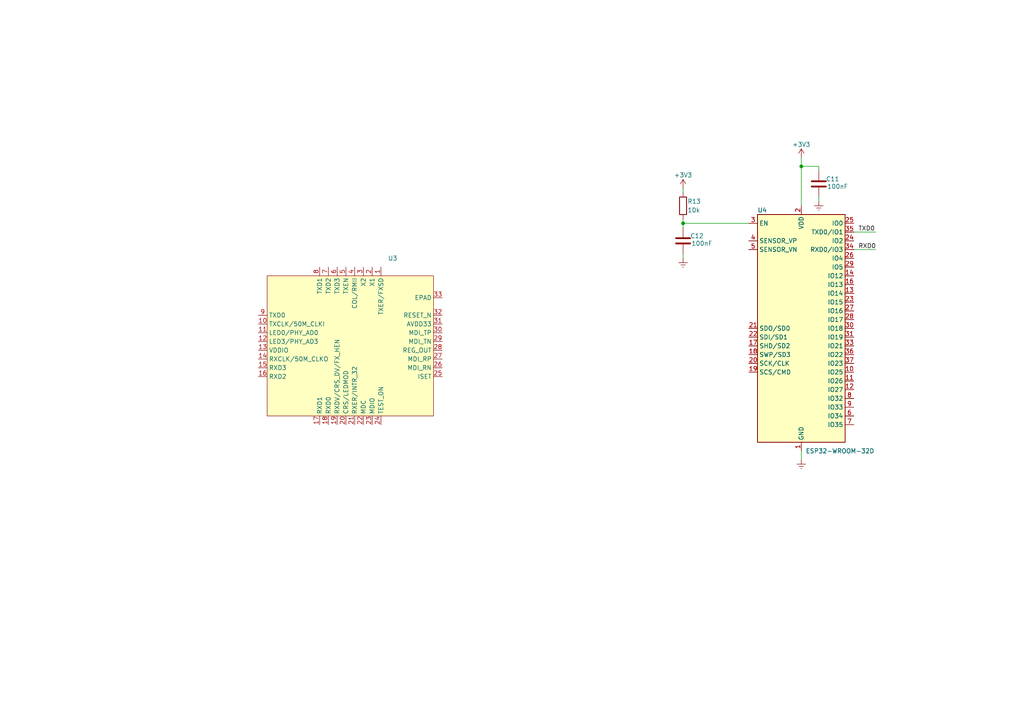
<source format=kicad_sch>
(kicad_sch (version 20211123) (generator eeschema)
  (paper "A4")
  (title_block (title "Módulo Espressif") (date "2022-06-24") (rev "v1.0"))
  (lib_symbols
    (symbol "Alexandre_Library:IP101GR"
      (property "Reference" "U" (at 1.27 1.27 0))
      (property "Value" "IP101GR" (at 5.08 -43.18 0))
      (symbol "IP101GR_0_0"
        (pin output line (at 15.24 -43.18 90) (length 2.54) (name "RXD1") (number "17"))
        (pin output line (at 17.78 -43.18 90) (length 2.54) (name "RXD0") (number "18"))
        (pin output line (at 20.32 -43.18 90) (length 2.54) (name "RXDV/CRS_DV/FX_HEN") (number "19"))
        (pin output line (at 22.86 -43.18 90) (length 2.54) (name "CRS/LEDMOD") (number "20"))
        (pin output line (at 25.4 -43.18 90) (length 2.54) (name "RXER/INTR_32") (number "21"))
        (pin input line (at 27.94 -43.18 90) (length 2.54) (name "MDC") (number "22"))
        (pin bidirectional line (at 30.48 -43.18 90) (length 2.54) (name "MDIO") (number "23"))
        (pin input line (at 33.02 -43.18 90) (length 2.54) (name "TEST_ON") (number "24"))
        (pin bidirectional line (at 50.8 -26.67 180) (length 2.54) (name "MDI_RN") (number "26"))
        (pin bidirectional line (at 50.8 -24.13 180) (length 2.54) (name "MDI_RP") (number "27"))
        (pin power_out line (at 50.8 -21.59 180) (length 2.54) (name "REG_OUT") (number "28"))
        (pin bidirectional line (at 50.8 -19.05 180) (length 2.54) (name "MDI_TN") (number "29"))
        (pin bidirectional line (at 50.8 -16.51 180) (length 2.54) (name "MDI_TP") (number "30"))
        (pin power_in line (at 50.8 -13.97 180) (length 2.54) (name "AVDD33") (number "31"))
        (pin input line (at 50.8 -11.43 180) (length 2.54) (name "RESET_N") (number "32"))
        (pin power_out line (at 50.8 -6.35 180) (length 2.54) (name "EPAD") (number "33"))
      )
      (symbol "IP101GR_0_1"
        (rectangle (start 0 0) (end 48.26 -40.64) (fill (type background)))
      )
      (symbol "IP101GR_1_1"
        (pin input line (at 33.02 2.54 270) (length 2.54) (name "TXER/FXSD") (number "1"))
        (pin bidirectional line (at -2.54 -13.97 0) (length 2.54) (name "TXCLK/50M_CLKI") (number "10"))
        (pin output line (at -2.54 -16.51 0) (length 2.54) (name "LED0/PHY_AD0") (number "11"))
        (pin output line (at -2.54 -19.05 0) (length 2.54) (name "LED3/PHY_AD3") (number "12"))
        (pin power_in line (at -2.54 -21.59 0) (length 2.54) (name "VDDIO") (number "13"))
        (pin output line (at -2.54 -24.13 0) (length 2.54) (name "RXCLK/50M_CLKO") (number "14"))
        (pin output line (at -2.54 -26.67 0) (length 2.54) (name "RXD3") (number "15"))
        (pin output line (at -2.54 -29.21 0) (length 2.54) (name "RXD2") (number "16"))
        (pin input line (at 30.48 2.54 270) (length 2.54) (name "X1") (number "2"))
        (pin input line (at 50.8 -29.21 180) (length 2.54) (name "ISET") (number "25"))
        (pin output line (at 27.94 2.54 270) (length 2.54) (name "X2") (number "3"))
        (pin output line (at 25.4 2.54 270) (length 2.54) (name "COL/RMII") (number "4"))
        (pin input line (at 22.86 2.54 270) (length 2.54) (name "TXEN") (number "5"))
        (pin input line (at 20.32 2.54 270) (length 2.54) (name "TXD3") (number "6"))
        (pin input line (at 17.78 2.54 270) (length 2.54) (name "TXD2") (number "7"))
        (pin input line (at 15.24 2.54 270) (length 2.54) (name "TXD1") (number "8"))
        (pin input line (at -2.54 -11.43 0) (length 2.54) (name "TXD0") (number "9"))
      )
    )
    (symbol "Device:C" (pin_numbers hide) (pin_names (offset 0.254))
      (property "Reference" "C" (at 0.635 2.54 0))
      (property "Value" "C" (at 0.635 -2.54 0))
      (symbol "C_0_1"
        (polyline (pts (xy -2.032 -0.762) (xy 2.032 -0.762)) (stroke (width 0.508)))
        (polyline (pts (xy -2.032 0.762) (xy 2.032 0.762)) (stroke (width 0.508)))
      )
      (symbol "C_1_1"
        (pin passive line (at 0 3.81 270) (length 2.794) (name "~") (number "1"))
        (pin passive line (at 0 -3.81 90) (length 2.794) (name "~") (number "2"))
      )
    )
    (symbol "Device:R" (pin_numbers hide) (pin_names (offset 0))
      (property "Reference" "R" (at 2.032 0 90))
      (property "Value" "R" (at 0 0 90))
      (symbol "R_0_1"
        (rectangle (start -1.016 -2.54) (end 1.016 2.54) (stroke (width 0.254)))
      )
      (symbol "R_1_1"
        (pin passive line (at 0 3.81 270) (length 1.27) (name "~") (number "1"))
        (pin passive line (at 0 -3.81 90) (length 1.27) (name "~") (number "2"))
      )
    )
    (symbol "RF_Module:ESP32-WROOM-32D"
      (property "Reference" "U" (at -12.7 34.29 0))
      (property "Value" "ESP32-WROOM-32D" (at 1.27 34.29 0))
      (symbol "ESP32-WROOM-32D_0_1"
        (rectangle (start -12.7 33.02) (end 12.7 -33.02) (stroke (width 0.254)) (fill (type background)))
      )
      (symbol "ESP32-WROOM-32D_1_1"
        (pin power_in line (at 0 -35.56 90) (length 2.54) (name "GND") (number "1"))
        (pin bidirectional line (at 15.24 -12.7 180) (length 2.54) (name "IO25") (number "10"))
        (pin bidirectional line (at 15.24 -15.24 180) (length 2.54) (name "IO26") (number "11"))
        (pin bidirectional line (at 15.24 -17.78 180) (length 2.54) (name "IO27") (number "12"))
        (pin bidirectional line (at 15.24 10.16 180) (length 2.54) (name "IO14") (number "13"))
        (pin bidirectional line (at 15.24 15.24 180) (length 2.54) (name "IO12") (number "14"))
        (pin passive line (at 0 -35.56 90) (length 2.54) hide (name "GND") (number "15"))
        (pin bidirectional line (at 15.24 12.7 180) (length 2.54) (name "IO13") (number "16"))
        (pin bidirectional line (at -15.24 -5.08 0) (length 2.54) (name "SHD/SD2") (number "17"))
        (pin bidirectional line (at -15.24 -7.62 0) (length 2.54) (name "SWP/SD3") (number "18"))
        (pin bidirectional line (at -15.24 -12.7 0) (length 2.54) (name "SCS/CMD") (number "19"))
        (pin power_in line (at 0 35.56 270) (length 2.54) (name "VDD") (number "2"))
        (pin bidirectional line (at -15.24 -10.16 0) (length 2.54) (name "SCK/CLK") (number "20"))
        (pin bidirectional line (at -15.24 0 0) (length 2.54) (name "SDO/SD0") (number "21"))
        (pin bidirectional line (at -15.24 -2.54 0) (length 2.54) (name "SDI/SD1") (number "22"))
        (pin bidirectional line (at 15.24 7.62 180) (length 2.54) (name "IO15") (number "23"))
        (pin bidirectional line (at 15.24 25.4 180) (length 2.54) (name "IO2") (number "24"))
        (pin bidirectional line (at 15.24 30.48 180) (length 2.54) (name "IO0") (number "25"))
        (pin bidirectional line (at 15.24 20.32 180) (length 2.54) (name "IO4") (number "26"))
        (pin bidirectional line (at 15.24 5.08 180) (length 2.54) (name "IO16") (number "27"))
        (pin bidirectional line (at 15.24 2.54 180) (length 2.54) (name "IO17") (number "28"))
        (pin bidirectional line (at 15.24 17.78 180) (length 2.54) (name "IO5") (number "29"))
        (pin input line (at -15.24 30.48 0) (length 2.54) (name "EN") (number "3"))
        (pin bidirectional line (at 15.24 0 180) (length 2.54) (name "IO18") (number "30"))
        (pin bidirectional line (at 15.24 -2.54 180) (length 2.54) (name "IO19") (number "31"))
        (pin no_connect line (at -12.7 -27.94 0) (length 2.54) hide (name "NC") (number "32"))
        (pin bidirectional line (at 15.24 -5.08 180) (length 2.54) (name "IO21") (number "33"))
        (pin bidirectional line (at 15.24 22.86 180) (length 2.54) (name "RXD0/IO3") (number "34"))
        (pin bidirectional line (at 15.24 27.94 180) (length 2.54) (name "TXD0/IO1") (number "35"))
        (pin bidirectional line (at 15.24 -7.62 180) (length 2.54) (name "IO22") (number "36"))
        (pin bidirectional line (at 15.24 -10.16 180) (length 2.54) (name "IO23") (number "37"))
        (pin passive line (at 0 -35.56 90) (length 2.54) hide (name "GND") (number "38"))
        (pin passive line (at 0 -35.56 90) (length 2.54) hide (name "GND") (number "39"))
        (pin input line (at -15.24 25.4 0) (length 2.54) (name "SENSOR_VP") (number "4"))
        (pin input line (at -15.24 22.86 0) (length 2.54) (name "SENSOR_VN") (number "5"))
        (pin input line (at 15.24 -25.4 180) (length 2.54) (name "IO34") (number "6"))
        (pin input line (at 15.24 -27.94 180) (length 2.54) (name "IO35") (number "7"))
        (pin bidirectional line (at 15.24 -20.32 180) (length 2.54) (name "IO32") (number "8"))
        (pin bidirectional line (at 15.24 -22.86 180) (length 2.54) (name "IO33") (number "9"))
      )
    )
    (symbol "power:+3.3V" (power) (pin_names (offset 0))
      (property "Value" "+3.3V" (at 0 3.556 0))
      (symbol "+3.3V_0_1"
        (polyline (pts (xy -0.762 1.27) (xy 0 2.54)))
        (polyline (pts (xy 0 0) (xy 0 2.54)))
        (polyline (pts (xy 0 2.54) (xy 0.762 1.27)))
      )
      (symbol "+3.3V_1_1"
        (pin power_in line (at 0 0 90) (length 0) hide (name "+3V3") (number "1"))
      )
    )
    (symbol "power:GNDREF" (power) (pin_names (offset 0))
      (property "Value" "GNDREF" (at 0 -3.81 0))
      (symbol "GNDREF_0_1"
        (polyline (pts (xy -0.635 -1.905) (xy 0.635 -1.905)))
        (polyline (pts (xy -0.127 -2.54) (xy 0.127 -2.54)))
        (polyline (pts (xy 0 -1.27) (xy 0 0)))
        (polyline (pts (xy 1.27 -1.27) (xy -1.27 -1.27)))
      )
      (symbol "GNDREF_1_1"
        (pin power_in line (at 0 0 270) (length 0) hide (name "GNDREF") (number "1"))
      )
    )
  )
  (junction (at 232.41 48.26))
  (junction (at 198.12 64.77))
  (wire (pts (xy 198.12 64.77) (xy 198.12 66.04)))
  (wire (pts (xy 198.12 63.5) (xy 198.12 64.77)))
  (wire (pts (xy 237.49 57.15) (xy 237.49 58.42)))
  (wire (pts (xy 237.49 48.26) (xy 232.41 48.26)))
  (wire (pts (xy 232.41 48.26) (xy 232.41 59.69)))
  (wire (pts (xy 198.12 73.66) (xy 198.12 74.93)))
  (wire (pts (xy 198.12 64.77) (xy 217.17 64.77)))
  (wire (pts (xy 232.41 45.72) (xy 232.41 48.26)))
  (wire (pts (xy 247.65 72.39) (xy 254 72.39)))
  (wire (pts (xy 198.12 54.61) (xy 198.12 55.88)))
  (wire (pts (xy 247.65 67.31) (xy 254 67.31)))
  (wire (pts (xy 232.41 130.81) (xy 232.41 133.35)))
  (wire (pts (xy 237.49 49.53) (xy 237.49 48.26)))
  (label "TXD0" (at 248.92 67.31 0))
  (label "RXD0" (at 248.92 72.39 0))
  (symbol (lib_id "Device:C") (at 198.12 69.85 180) (unit 1)
    (property "Reference" "C12" (at 202.1405 68.4374 0))
    (property "Value" "100nF" (at 203.5706 70.6067 0))
    (property "Footprint" "Capacitor_SMD:C_0402_1005Metric_Pad0.74x0.62mm_HandSolder" (effects hide))
  )
  (symbol (lib_id "power:GNDREF") (at 237.49 58.42 0) (unit 1)
    (property "Reference" "#PWR033" (effects hide))
    (property "Value" "GNDREF" (effects hide))
  )
  (symbol (lib_id "power:+3.3V") (at 198.12 54.61 0) (unit 1)
    (property "Reference" "#PWR032" (effects hide))
    (property "Value" "+3.3V" (at 198.12 50.8 0))
  )
  (symbol (lib_id "Device:R") (at 198.12 59.69 0) (unit 1)
    (property "Reference" "R13" (at 199.39 58.42 0) (effects (justify left)))
    (property "Value" "10k" (at 199.39 60.96 0) (effects (justify left)))
  )
  (symbol (lib_id "power:GNDREF") (at 198.12 74.93 0) (unit 1)
    (property "Reference" "#PWR034" (effects hide))
    (property "Value" "GNDREF" (effects hide))
  )
  (symbol (lib_id "Device:C") (at 237.49 53.34 180) (unit 1)
    (property "Reference" "C11" (at 241.5105 51.9274 0))
    (property "Value" "100nF" (at 242.9406 54.0967 0))
    (property "Footprint" "Capacitor_SMD:C_0402_1005Metric_Pad0.74x0.62mm_HandSolder" (effects hide))
  )
  (symbol (lib_id "power:GNDREF") (at 232.41 133.35 0) (unit 1)
    (property "Reference" "#PWR035" (effects hide))
    (property "Value" "GNDREF" (effects hide))
  )
  (symbol (lib_id "Alexandre_Library:IP101GR") (at 77.47 80.01 0) (unit 1)
    (property "Reference" "U3" (at 112.5094 74.93 0) (effects (justify left)))
  )
  (symbol (lib_id "power:+3.3V") (at 232.41 45.72 0) (unit 1)
    (property "Reference" "#PWR031" (effects hide))
    (property "Value" "+3.3V" (at 232.41 41.91 0))
  )
  (symbol (lib_id "RF_Module:ESP32-WROOM-32D") (at 232.41 95.25 0) (unit 1)
    (property "Reference" "U4" (at 219.71 60.96 0) (effects (justify left)))
    (property "Value" "ESP32-WROOM-32D" (at 233.68 130.81 0) (effects (justify left)))
    (property "Footprint" "RF_Module:ESP32-WROOM-32" (effects hide))
    (property "Datasheet" "https://www.espressif.com/sites/default/files/documentation/esp32-wroom-32d_esp32-wroom-32u_datasheet_en.pdf" (effects hide))
  )
)
</source>
